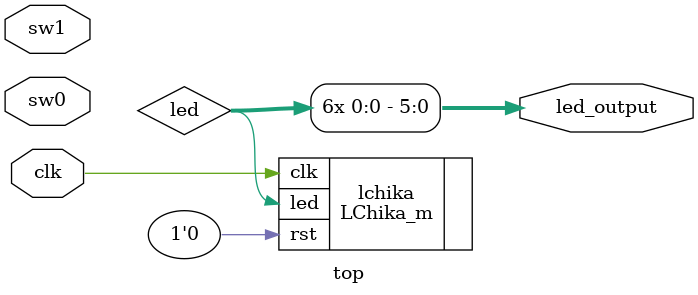
<source format=sv>
`default_nettype none

module top (
  input wire clk,

  input wire sw0,
  input wire sw1,

  output wire [5:0] led_output
);
    logic led;

    assign led_output = {6{led}};

    LChika_m lchika (
        .clk(clk),
        .rst(1'b0),
        .led(led)
    );

endmodule

`default_nettype wire


</source>
